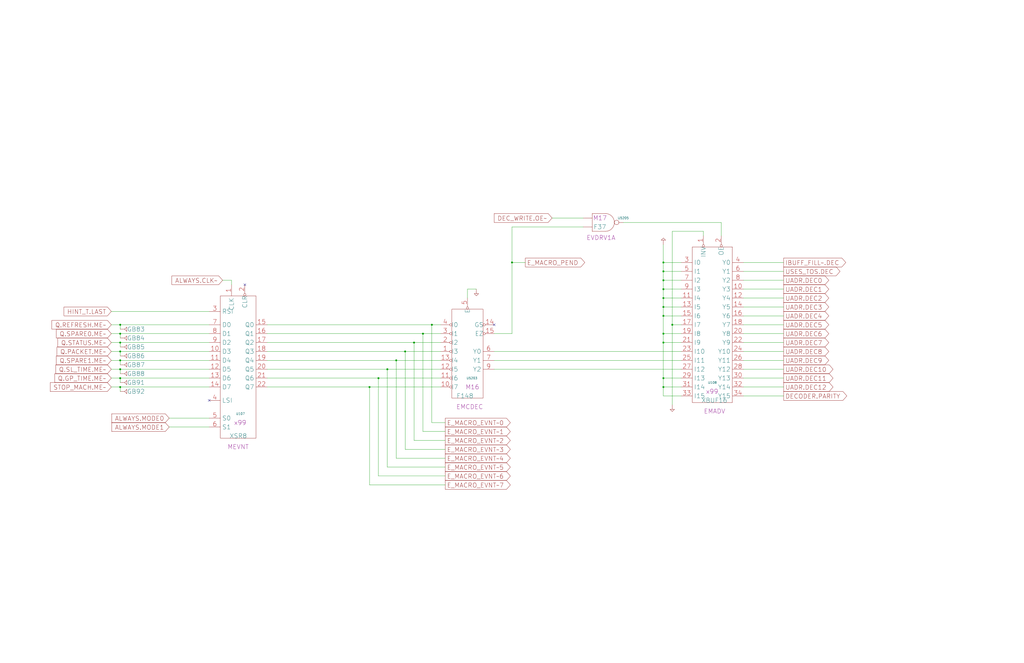
<source format=kicad_sch>
(kicad_sch (version 20230121) (generator eeschema)
  (paper "User" 584.2 378.46)
  (title_block (title "EARLY MACRO EVENTS") (date "22-MAY-90") (rev "1.0") (comment 1 "SEQUENCER") (comment 2 "232-003064") (comment 3 "S400") (comment 4 "RELEASED"))
  (lib_symbols
    (symbol "r1000:F148" (pin_names (offset 1.016))
      (property "Reference" "U" (at 2.54 5.08 0))
      (property "Value" "F148" (at -6.35 -5.08 0))
      (property "Location" "___" (at -1.27 0 0))
      (property "Name" "______" (at 1.27 -12.7 0))
      (symbol "F148_1_1"
        (circle (center -9.525 0) (radius 0.635))
        (circle (center -9.525 5.08) (radius 0.635))
        (circle (center -9.525 10.16) (radius 0.635))
        (circle (center -9.525 15.24) (radius 0.635))
        (circle (center -9.525 20.32) (radius 0.635))
        (circle (center -9.525 25.4) (radius 0.635))
        (circle (center -9.525 30.48) (radius 0.635))
        (circle (center -9.525 35.56) (radius 0.635))
        (rectangle (start -8.89 44.45) (end 8.89 -6.35))
        (circle (center 0 45.085) (radius 0.635))
        (circle (center 9.525 30.48) (radius 0.635))
        (circle (center 9.525 35.56) (radius 0.635))
        (pin input line (at -15.24 20.32 0) (length 5.08) (name "I3") (number "1"))
        (pin input line (at -15.24 0 0) (length 5.08) (name "I7") (number "10"))
        (pin input line (at -15.24 5.08 0) (length 5.08) (name "I6") (number "11"))
        (pin input line (at -15.24 10.16 0) (length 5.08) (name "I5") (number "12"))
        (pin input line (at -15.24 15.24 0) (length 5.08) (name "I4") (number "13"))
        (pin output line (at 15.24 35.56 180) (length 5.08) (name "GS") (number "14"))
        (pin output line (at 15.24 30.48 180) (length 5.08) (name "EZ") (number "15"))
        (pin input line (at -15.24 25.4 0) (length 5.08) (name "I2") (number "2"))
        (pin input line (at -15.24 30.48 0) (length 5.08) (name "I1") (number "3"))
        (pin input line (at -15.24 35.56 0) (length 5.08) (name "I0") (number "4"))
        (pin input line (at 0 50.8 270) (length 5.08) (name "E") (number "5"))
        (pin output line (at 15.24 20.32 180) (length 6.35) (name "Y0") (number "6"))
        (pin output line (at 15.24 15.24 180) (length 6.35) (name "Y1") (number "7"))
        (pin output line (at 15.24 10.16 180) (length 6.35) (name "Y2") (number "9"))
      )
    )
    (symbol "r1000:F37" (pin_numbers hide) (pin_names (offset 0) hide)
      (property "Reference" "U" (at 15.24 0 0))
      (property "Value" "F37" (at 1.905 -5.08 0))
      (property "Location" "___" (at 1.905 0 0))
      (property "Name" "______" (at 2.54 -12.7 0))
      (symbol "F37_0_1"
        (polyline (pts (xy -2.54 -7.62) (xy 5.08 -7.62)) (stroke (width 0.1524)))
        (polyline (pts (xy -2.54 2.54) (xy -2.54 -7.62)) (stroke (width 0.1524)))
        (polyline (pts (xy -2.54 2.54) (xy 5.08 2.54)) (stroke (width 0.1524)))
        (arc (start 5.08 -7.62) (mid 10.1282 -2.54) (end 5.08 2.54) (stroke (width 0.1524)))
        (circle (center 11.43 -2.54) (radius 1.27) (stroke (width 0.1524)))
      )
      (symbol "F37_0_2"
        (circle (center -3.81 -5.08) (radius 1.27) (stroke (width 0.1524)))
        (circle (center -3.81 0) (radius 1.27) (stroke (width 0.1524)))
        (arc (start -3.175 -7.62) (mid -2.134 -2.54) (end -3.175 2.54) (stroke (width 0.1524)))
        (polyline (pts (xy -3.175 -7.62) (xy 3.81 -7.62)) (stroke (width 0.1524)))
        (polyline (pts (xy -3.175 2.54) (xy 3.81 2.54)) (stroke (width 0.1524)))
        (arc (start 3.81 -7.62) (mid 7.5855 -5.8306) (end 10.16 -2.54) (stroke (width 0.1524)))
        (arc (start 10.16 -2.54) (mid 7.5827 0.7471) (end 3.81 2.54) (stroke (width 0.1524)))
      )
      (symbol "F37_1_1"
        (pin input line (at -7.62 0 0) (length 5.08) (name "D0") (number "1"))
        (pin input line (at -7.62 -5.08 0) (length 5.08) (name "D1") (number "2"))
        (pin output line (at 15.24 -2.54 180) (length 2.54) (name "Q") (number "3"))
      )
      (symbol "F37_1_2"
        (pin input line (at -7.62 0 0) (length 2.54) (name "D0") (number "1"))
        (pin input line (at -7.62 -5.08 0) (length 2.54) (name "D1") (number "2"))
        (pin output line (at 15.24 -2.54 180) (length 5.08) (name "Q") (number "3"))
      )
    )
    (symbol "r1000:GB" (pin_numbers hide) (pin_names (offset 0) hide)
      (property "Reference" "GB" (at 3.81 0 0))
      (symbol "GB_0_1"
        (polyline (pts (xy 2.54 0) (xy 3.81 1.27) (xy 3.81 -1.27) (xy 2.54 0)) (stroke (width 0.1524)))
      )
      (symbol "GB_1_1"
        (pin bidirectional line (at 0 0 0) (length 2.54) (name "") (number "1"))
      )
    )
    (symbol "r1000:PD" (power) (pin_numbers hide) (pin_names hide) (in_bom no)
      (symbol "PD_0_1"
        (polyline (pts (xy 0 -2.54) (xy 1.27 -2.54) (xy 0 -3.81) (xy -1.27 -2.54) (xy 0 -2.54)) (stroke (width 0.1524)))
      )
      (symbol "PD_1_1"
        (pin power_in line (at 0 0 270) (length 2.54) (name "PD") (number "1"))
      )
    )
    (symbol "r1000:PU" (power) (pin_numbers hide) (pin_names hide)
      (symbol "PU_0_1"
        (polyline (pts (xy 0 2.54) (xy -1.27 2.54) (xy 0 3.81) (xy 1.27 2.54) (xy 0 2.54)) (stroke (width 0.1524)))
      )
      (symbol "PU_1_1"
        (pin power_in line (at 0 0 90) (length 2.54) (name "PU") (number "1"))
      )
    )
    (symbol "r1000:XBUF16" (pin_names (offset 1.016))
      (property "Reference" "U" (at 2.54 5.08 0))
      (property "Value" "XBUF16" (at -3.81 -5.08 0))
      (property "Location" "___" (at -1.27 0 0))
      (property "Name" "______" (at 3.81 -12.7 0))
      (symbol "XBUF16_1_1"
        (rectangle (start -8.89 82.55) (end 13.97 -6.35))
        (circle (center -2.54 83.185) (radius 0.635))
        (circle (center 7.62 83.185) (radius 0.635))
        (pin input line (at -2.54 88.9 270) (length 5.08) (name "INV") (number "1"))
        (pin tri_state line (at 20.32 58.42 180) (length 6.35) (name "Y3") (number "10"))
        (pin input line (at -15.24 53.34 0) (length 6.35) (name "I4") (number "11"))
        (pin tri_state line (at 20.32 53.34 180) (length 6.35) (name "Y4") (number "12"))
        (pin input line (at -15.24 48.26 0) (length 6.35) (name "I5") (number "13"))
        (pin tri_state line (at 20.32 48.26 180) (length 6.35) (name "Y5") (number "14"))
        (pin input line (at -15.24 43.18 0) (length 6.35) (name "I6") (number "15"))
        (pin tri_state line (at 20.32 43.18 180) (length 6.35) (name "Y6") (number "16"))
        (pin input line (at -15.24 38.1 0) (length 6.35) (name "I7") (number "17"))
        (pin tri_state line (at 20.32 38.1 180) (length 6.35) (name "Y7") (number "18"))
        (pin input line (at -15.24 33.02 0) (length 6.35) (name "I8") (number "19"))
        (pin input line (at 7.62 88.9 270) (length 5.08) (name "OE") (number "2"))
        (pin tri_state line (at 20.32 33.02 180) (length 6.35) (name "Y8") (number "20"))
        (pin input line (at -15.24 27.94 0) (length 6.35) (name "I9") (number "21"))
        (pin tri_state line (at 20.32 27.94 180) (length 6.35) (name "Y9") (number "22"))
        (pin input line (at -15.24 22.86 0) (length 6.35) (name "I10") (number "23"))
        (pin tri_state line (at 20.32 22.86 180) (length 6.35) (name "Y10") (number "24"))
        (pin input line (at -15.24 17.78 0) (length 6.35) (name "I11") (number "25"))
        (pin tri_state line (at 20.32 17.78 180) (length 6.35) (name "Y11") (number "26"))
        (pin input line (at -15.24 12.7 0) (length 6.35) (name "I12") (number "27"))
        (pin tri_state line (at 20.32 12.7 180) (length 6.35) (name "Y12") (number "28"))
        (pin input line (at -15.24 7.62 0) (length 6.35) (name "I13") (number "29"))
        (pin input line (at -15.24 73.66 0) (length 6.35) (name "I0") (number "3"))
        (pin tri_state line (at 20.32 7.62 180) (length 6.35) (name "Y13") (number "30"))
        (pin input line (at -15.24 2.54 0) (length 6.35) (name "I14") (number "31"))
        (pin tri_state line (at 20.32 2.54 180) (length 6.35) (name "Y14") (number "32"))
        (pin input line (at -15.24 -2.54 0) (length 6.35) (name "I15") (number "33"))
        (pin tri_state line (at 20.32 -2.54 180) (length 6.35) (name "Y15") (number "34"))
        (pin tri_state line (at 20.32 73.66 180) (length 6.35) (name "Y0") (number "4"))
        (pin input line (at -15.24 68.58 0) (length 6.35) (name "I1") (number "5"))
        (pin tri_state line (at 20.32 68.58 180) (length 6.35) (name "Y1") (number "6"))
        (pin input line (at -15.24 63.5 0) (length 6.35) (name "I2") (number "7"))
        (pin tri_state line (at 20.32 63.5 180) (length 6.35) (name "Y2") (number "8"))
        (pin input line (at -15.24 58.42 0) (length 6.35) (name "I3") (number "9"))
      )
    )
    (symbol "r1000:XSR8" (pin_names (offset 1.016))
      (property "Reference" "U" (at 2.54 5.08 0))
      (property "Value" "XSR8" (at -3.81 -7.62 0))
      (property "Location" "___" (at -1.27 0 0))
      (property "Name" "______" (at 1.27 -15.24 0))
      (symbol "XSR8_1_1"
        (rectangle (start -8.89 72.39) (end 11.43 -8.89))
        (circle (center 5.08 73.025) (radius 0.635))
        (pin input line (at -2.54 78.74 270) (length 6.35) (name "CLK") (number "1"))
        (pin input line (at -15.24 40.64 0) (length 6.35) (name "D3") (number "10"))
        (pin input line (at -15.24 35.56 0) (length 6.35) (name "D4") (number "11"))
        (pin input line (at -15.24 30.48 0) (length 6.35) (name "D5") (number "12"))
        (pin input line (at -15.24 25.4 0) (length 6.35) (name "D6") (number "13"))
        (pin input line (at -15.24 20.32 0) (length 6.35) (name "D7") (number "14"))
        (pin output line (at 17.78 55.88 180) (length 6.35) (name "Q0") (number "15"))
        (pin output line (at 17.78 50.8 180) (length 6.35) (name "Q1") (number "16"))
        (pin output line (at 17.78 45.72 180) (length 6.35) (name "Q2") (number "17"))
        (pin output line (at 17.78 40.64 180) (length 6.35) (name "Q3") (number "18"))
        (pin output line (at 17.78 35.56 180) (length 6.35) (name "Q4") (number "19"))
        (pin input line (at 5.08 78.74 270) (length 5.08) (name "CLR") (number "2"))
        (pin output line (at 17.78 30.48 180) (length 6.35) (name "Q5") (number "20"))
        (pin output line (at 17.78 25.4 180) (length 6.35) (name "Q6") (number "21"))
        (pin output line (at 17.78 20.32 180) (length 6.35) (name "Q7") (number "22"))
        (pin input line (at -15.24 63.5 0) (length 6.35) (name "RSI") (number "3"))
        (pin input line (at -15.24 12.7 0) (length 6.35) (name "LSI") (number "4"))
        (pin input line (at -15.24 2.54 0) (length 6.35) (name "S0") (number "5"))
        (pin input line (at -15.24 -2.54 0) (length 6.35) (name "S1") (number "6"))
        (pin input line (at -15.24 55.88 0) (length 6.35) (name "D0") (number "7"))
        (pin input line (at -15.24 50.8 0) (length 6.35) (name "D1") (number "8"))
        (pin input line (at -15.24 45.72 0) (length 6.35) (name "D2") (number "9"))
      )
    )
  )
  (junction (at 220.98 210.82))
  (junction (at 68.58 215.9))
  (junction (at 378.46 220.98))
  (junction (at 68.58 190.5))
  (junction (at 378.46 190.5))
  (junction (at 378.46 165.1))
  (junction (at 378.46 160.02))
  (junction (at 246.38 185.42))
  (junction (at 378.46 195.58))
  (junction (at 210.82 220.98))
  (junction (at 68.58 185.42))
  (junction (at 68.58 210.82))
  (junction (at 378.46 149.86))
  (junction (at 231.14 200.66))
  (junction (at 68.58 195.58))
  (junction (at 68.58 220.98))
  (junction (at 236.22 195.58))
  (junction (at 378.46 180.34))
  (junction (at 226.06 205.74))
  (junction (at 383.54 185.42))
  (junction (at 378.46 175.26))
  (junction (at 292.1 149.86))
  (junction (at 378.46 170.18))
  (junction (at 68.58 200.66))
  (junction (at 215.9 215.9))
  (junction (at 378.46 154.94))
  (junction (at 378.46 215.9))
  (junction (at 241.3 190.5))
  (junction (at 68.58 205.74))
  (no_connect (at 139.7 162.56))
  (no_connect (at 119.38 228.6))
  (no_connect (at 281.94 185.42))
  (wire (pts (xy 226.06 205.74) (xy 251.46 205.74)))
  (wire (pts (xy 68.58 215.9) (xy 68.58 218.44)))
  (wire (pts (xy 424.18 170.18) (xy 447.04 170.18)))
  (wire (pts (xy 411.48 134.62) (xy 411.48 127)))
  (wire (pts (xy 68.58 210.82) (xy 119.38 210.82)))
  (wire (pts (xy 266.7 170.18) (xy 266.7 165.1)))
  (wire (pts (xy 63.5 200.66) (xy 68.58 200.66)))
  (wire (pts (xy 68.58 220.98) (xy 68.58 223.52)))
  (wire (pts (xy 68.58 205.74) (xy 68.58 208.28)))
  (wire (pts (xy 68.58 185.42) (xy 119.38 185.42)))
  (wire (pts (xy 378.46 154.94) (xy 378.46 149.86)))
  (wire (pts (xy 210.82 276.86) (xy 254 276.86)))
  (wire (pts (xy 378.46 160.02) (xy 378.46 154.94)))
  (wire (pts (xy 378.46 160.02) (xy 388.62 160.02)))
  (wire (pts (xy 424.18 154.94) (xy 447.04 154.94)))
  (wire (pts (xy 378.46 195.58) (xy 388.62 195.58)))
  (wire (pts (xy 378.46 226.06) (xy 388.62 226.06)))
  (wire (pts (xy 424.18 165.1) (xy 447.04 165.1)))
  (wire (pts (xy 401.32 132.08) (xy 401.32 134.62)))
  (wire (pts (xy 378.46 170.18) (xy 378.46 165.1)))
  (wire (pts (xy 63.5 210.82) (xy 68.58 210.82)))
  (wire (pts (xy 424.18 175.26) (xy 447.04 175.26)))
  (wire (pts (xy 231.14 256.54) (xy 254 256.54)))
  (wire (pts (xy 152.4 200.66) (xy 231.14 200.66)))
  (wire (pts (xy 220.98 210.82) (xy 251.46 210.82)))
  (wire (pts (xy 215.9 271.78) (xy 254 271.78)))
  (wire (pts (xy 152.4 195.58) (xy 236.22 195.58)))
  (wire (pts (xy 68.58 190.5) (xy 68.58 193.04)))
  (wire (pts (xy 236.22 251.46) (xy 254 251.46)))
  (wire (pts (xy 378.46 215.9) (xy 378.46 195.58)))
  (wire (pts (xy 246.38 185.42) (xy 251.46 185.42)))
  (wire (pts (xy 236.22 195.58) (xy 236.22 251.46)))
  (wire (pts (xy 226.06 205.74) (xy 226.06 261.62)))
  (wire (pts (xy 424.18 220.98) (xy 447.04 220.98)))
  (wire (pts (xy 424.18 226.06) (xy 447.04 226.06)))
  (wire (pts (xy 424.18 215.9) (xy 447.04 215.9)))
  (wire (pts (xy 383.54 185.42) (xy 383.54 132.08)))
  (wire (pts (xy 281.94 200.66) (xy 388.62 200.66)))
  (wire (pts (xy 152.4 190.5) (xy 241.3 190.5)))
  (wire (pts (xy 424.18 210.82) (xy 447.04 210.82)))
  (wire (pts (xy 424.18 200.66) (xy 447.04 200.66)))
  (wire (pts (xy 424.18 185.42) (xy 447.04 185.42)))
  (wire (pts (xy 152.4 185.42) (xy 246.38 185.42)))
  (wire (pts (xy 424.18 160.02) (xy 447.04 160.02)))
  (wire (pts (xy 266.7 165.1) (xy 271.78 165.1)))
  (wire (pts (xy 378.46 165.1) (xy 378.46 160.02)))
  (wire (pts (xy 378.46 175.26) (xy 388.62 175.26)))
  (wire (pts (xy 68.58 195.58) (xy 68.58 198.12)))
  (wire (pts (xy 68.58 195.58) (xy 119.38 195.58)))
  (wire (pts (xy 424.18 195.58) (xy 447.04 195.58)))
  (wire (pts (xy 63.5 190.5) (xy 68.58 190.5)))
  (wire (pts (xy 236.22 195.58) (xy 251.46 195.58)))
  (wire (pts (xy 215.9 215.9) (xy 215.9 271.78)))
  (wire (pts (xy 220.98 266.7) (xy 254 266.7)))
  (wire (pts (xy 292.1 149.86) (xy 299.72 149.86)))
  (wire (pts (xy 63.5 195.58) (xy 68.58 195.58)))
  (wire (pts (xy 68.58 185.42) (xy 68.58 187.96)))
  (wire (pts (xy 378.46 154.94) (xy 388.62 154.94)))
  (wire (pts (xy 96.52 238.76) (xy 119.38 238.76)))
  (wire (pts (xy 378.46 149.86) (xy 388.62 149.86)))
  (wire (pts (xy 378.46 180.34) (xy 378.46 175.26)))
  (wire (pts (xy 378.46 165.1) (xy 388.62 165.1)))
  (wire (pts (xy 424.18 190.5) (xy 447.04 190.5)))
  (wire (pts (xy 68.58 210.82) (xy 68.58 213.36)))
  (wire (pts (xy 378.46 170.18) (xy 388.62 170.18)))
  (wire (pts (xy 152.4 215.9) (xy 215.9 215.9)))
  (wire (pts (xy 68.58 205.74) (xy 119.38 205.74)))
  (wire (pts (xy 231.14 200.66) (xy 251.46 200.66)))
  (wire (pts (xy 424.18 180.34) (xy 447.04 180.34)))
  (wire (pts (xy 292.1 129.54) (xy 332.74 129.54)))
  (wire (pts (xy 424.18 149.86) (xy 447.04 149.86)))
  (wire (pts (xy 292.1 149.86) (xy 292.1 129.54)))
  (wire (pts (xy 241.3 190.5) (xy 251.46 190.5)))
  (wire (pts (xy 68.58 200.66) (xy 119.38 200.66)))
  (wire (pts (xy 383.54 132.08) (xy 401.32 132.08)))
  (wire (pts (xy 68.58 215.9) (xy 119.38 215.9)))
  (wire (pts (xy 127 160.02) (xy 132.08 160.02)))
  (wire (pts (xy 63.5 177.8) (xy 119.38 177.8)))
  (wire (pts (xy 68.58 190.5) (xy 119.38 190.5)))
  (wire (pts (xy 68.58 220.98) (xy 119.38 220.98)))
  (wire (pts (xy 63.5 215.9) (xy 68.58 215.9)))
  (wire (pts (xy 63.5 205.74) (xy 68.58 205.74)))
  (wire (pts (xy 292.1 190.5) (xy 292.1 149.86)))
  (wire (pts (xy 152.4 205.74) (xy 226.06 205.74)))
  (wire (pts (xy 246.38 241.3) (xy 254 241.3)))
  (wire (pts (xy 246.38 185.42) (xy 246.38 241.3)))
  (wire (pts (xy 152.4 210.82) (xy 220.98 210.82)))
  (wire (pts (xy 378.46 149.86) (xy 378.46 139.7)))
  (wire (pts (xy 378.46 195.58) (xy 378.46 190.5)))
  (wire (pts (xy 355.6 127) (xy 411.48 127)))
  (wire (pts (xy 241.3 246.38) (xy 254 246.38)))
  (wire (pts (xy 63.5 220.98) (xy 68.58 220.98)))
  (wire (pts (xy 210.82 220.98) (xy 251.46 220.98)))
  (wire (pts (xy 152.4 220.98) (xy 210.82 220.98)))
  (wire (pts (xy 215.9 215.9) (xy 251.46 215.9)))
  (wire (pts (xy 383.54 185.42) (xy 388.62 185.42)))
  (wire (pts (xy 220.98 210.82) (xy 220.98 266.7)))
  (wire (pts (xy 378.46 226.06) (xy 378.46 220.98)))
  (wire (pts (xy 314.96 124.46) (xy 332.74 124.46)))
  (wire (pts (xy 378.46 175.26) (xy 378.46 170.18)))
  (wire (pts (xy 63.5 185.42) (xy 68.58 185.42)))
  (wire (pts (xy 210.82 220.98) (xy 210.82 276.86)))
  (wire (pts (xy 424.18 205.74) (xy 447.04 205.74)))
  (wire (pts (xy 378.46 180.34) (xy 388.62 180.34)))
  (wire (pts (xy 383.54 231.14) (xy 383.54 185.42)))
  (wire (pts (xy 132.08 160.02) (xy 132.08 162.56)))
  (wire (pts (xy 281.94 190.5) (xy 292.1 190.5)))
  (wire (pts (xy 378.46 220.98) (xy 378.46 215.9)))
  (wire (pts (xy 231.14 200.66) (xy 231.14 256.54)))
  (wire (pts (xy 226.06 261.62) (xy 254 261.62)))
  (wire (pts (xy 378.46 190.5) (xy 388.62 190.5)))
  (wire (pts (xy 378.46 190.5) (xy 378.46 180.34)))
  (wire (pts (xy 241.3 190.5) (xy 241.3 246.38)))
  (wire (pts (xy 378.46 215.9) (xy 388.62 215.9)))
  (wire (pts (xy 378.46 220.98) (xy 388.62 220.98)))
  (wire (pts (xy 68.58 200.66) (xy 68.58 203.2)))
  (wire (pts (xy 96.52 243.84) (xy 119.38 243.84)))
  (wire (pts (xy 281.94 210.82) (xy 388.62 210.82)))
  (wire (pts (xy 281.94 205.74) (xy 388.62 205.74)))
  (global_label "UADR.DEC3" (shape output) (at 447.04 175.26 0) (effects (font (size 2.54 2.54))) (property "Intersheetrefs" "${INTERSHEET_REFS}" (at 472.7908 175.1013 0) (effects (font (size 1.905 1.905)) (justify left))))
  (global_label "E_MACRO_PEND" (shape output) (at 299.72 149.86 0) (effects (font (size 2.54 2.54))) (property "Intersheetrefs" "${INTERSHEET_REFS}" (at 333.5746 149.7013 0) (effects (font (size 1.905 1.905)) (justify left))))
  (global_label "STOP_MACH.ME~" (shape input) (at 63.5 220.98 180) (effects (font (size 2.54 2.54))) (property "Intersheetrefs" "${INTERSHEET_REFS}" (at 28.6778 220.8213 0) (effects (font (size 1.905 1.905)) (justify right))))
  (global_label "UADR.DEC12" (shape output) (at 447.04 220.98 0) (effects (font (size 2.54 2.54))) (property "Intersheetrefs" "${INTERSHEET_REFS}" (at 472.7908 220.8213 0) (effects (font (size 1.905 1.905)) (justify left))))
  (global_label "UADR.DEC10" (shape output) (at 447.04 210.82 0) (effects (font (size 2.54 2.54))) (property "Intersheetrefs" "${INTERSHEET_REFS}" (at 472.7908 210.6613 0) (effects (font (size 1.905 1.905)) (justify left))))
  (global_label "UADR.DEC8" (shape output) (at 447.04 200.66 0) (effects (font (size 2.54 2.54))) (property "Intersheetrefs" "${INTERSHEET_REFS}" (at 472.7908 200.5013 0) (effects (font (size 1.905 1.905)) (justify left))))
  (global_label "Q.REFRESH.ME~" (shape input) (at 63.5 185.42 180) (effects (font (size 2.54 2.54))) (property "Intersheetrefs" "${INTERSHEET_REFS}" (at 29.6454 185.2613 0) (effects (font (size 1.905 1.905)) (justify right))))
  (global_label "UADR.DEC0" (shape output) (at 447.04 160.02 0) (effects (font (size 2.54 2.54))) (property "Intersheetrefs" "${INTERSHEET_REFS}" (at 472.7908 159.8613 0) (effects (font (size 1.905 1.905)) (justify left))))
  (global_label "Q.SPARE0.ME~" (shape input) (at 63.5 190.5 180) (effects (font (size 2.54 2.54))) (property "Intersheetrefs" "${INTERSHEET_REFS}" (at 32.1854 190.3413 0) (effects (font (size 1.905 1.905)) (justify right))))
  (global_label "E_MACRO_EVNT~0" (shape output) (at 254 241.3 0) (effects (font (size 2.54 2.54))) (property "Intersheetrefs" "${INTERSHEET_REFS}" (at 291.1203 241.1413 0) (effects (font (size 1.905 1.905)) (justify left))))
  (global_label "UADR.DEC7" (shape output) (at 447.04 195.58 0) (effects (font (size 2.54 2.54))) (property "Intersheetrefs" "${INTERSHEET_REFS}" (at 472.7908 195.4213 0) (effects (font (size 1.905 1.905)) (justify left))))
  (global_label "Q.GP_TIME.ME~" (shape input) (at 63.5 215.9 180) (effects (font (size 2.54 2.54))) (property "Intersheetrefs" "${INTERSHEET_REFS}" (at 31.2178 215.7413 0) (effects (font (size 1.905 1.905)) (justify right))))
  (global_label "DEC_WRITE.OE~" (shape input) (at 314.96 124.46 180) (effects (font (size 2.54 2.54))) (property "Intersheetrefs" "${INTERSHEET_REFS}" (at 281.9521 124.3013 0) (effects (font (size 1.905 1.905)) (justify right))))
  (global_label "USES_TOS.DEC" (shape output) (at 447.04 154.94 0) (effects (font (size 2.54 2.54))) (property "Intersheetrefs" "${INTERSHEET_REFS}" (at 479.2012 154.7813 0) (effects (font (size 1.905 1.905)) (justify left))))
  (global_label "E_MACRO_EVNT~6" (shape output) (at 254 271.78 0) (effects (font (size 2.54 2.54))) (property "Intersheetrefs" "${INTERSHEET_REFS}" (at 291.1203 271.6213 0) (effects (font (size 1.905 1.905)) (justify left))))
  (global_label "UADR.DEC1" (shape output) (at 447.04 165.1 0) (effects (font (size 2.54 2.54))) (property "Intersheetrefs" "${INTERSHEET_REFS}" (at 472.7908 164.9413 0) (effects (font (size 1.905 1.905)) (justify left))))
  (global_label "Q.PACKET.ME~" (shape input) (at 63.5 200.66 180) (effects (font (size 2.54 2.54))) (property "Intersheetrefs" "${INTERSHEET_REFS}" (at 32.5483 200.5013 0) (effects (font (size 1.905 1.905)) (justify right))))
  (global_label "Q.SPARE1.ME~" (shape input) (at 63.5 205.74 180) (effects (font (size 2.54 2.54))) (property "Intersheetrefs" "${INTERSHEET_REFS}" (at 32.1854 205.5813 0) (effects (font (size 1.905 1.905)) (justify right))))
  (global_label "E_MACRO_EVNT~2" (shape output) (at 254 251.46 0) (effects (font (size 2.54 2.54))) (property "Intersheetrefs" "${INTERSHEET_REFS}" (at 291.1203 251.3013 0) (effects (font (size 1.905 1.905)) (justify left))))
  (global_label "ALWAYS.CLK~" (shape input) (at 127 160.02 180) (effects (font (size 2.54 2.54))) (property "Intersheetrefs" "${INTERSHEET_REFS}" (at 91.9359 159.8613 0) (effects (font (size 1.905 1.905)) (justify right))))
  (global_label "E_MACRO_EVNT~1" (shape output) (at 254 246.38 0) (effects (font (size 2.54 2.54))) (property "Intersheetrefs" "${INTERSHEET_REFS}" (at 291.1203 246.2213 0) (effects (font (size 1.905 1.905)) (justify left))))
  (global_label "UADR.DEC5" (shape output) (at 447.04 185.42 0) (effects (font (size 2.54 2.54))) (property "Intersheetrefs" "${INTERSHEET_REFS}" (at 472.7908 185.2613 0) (effects (font (size 1.905 1.905)) (justify left))))
  (global_label "ALWAYS.MODE0" (shape input) (at 96.52 238.76 180) (effects (font (size 2.54 2.54))) (property "Intersheetrefs" "${INTERSHEET_REFS}" (at 63.754 238.6013 0) (effects (font (size 1.905 1.905)) (justify right))))
  (global_label "UADR.DEC2" (shape output) (at 447.04 170.18 0) (effects (font (size 2.54 2.54))) (property "Intersheetrefs" "${INTERSHEET_REFS}" (at 472.7908 170.0213 0) (effects (font (size 1.905 1.905)) (justify left))))
  (global_label "E_MACRO_EVNT~3" (shape output) (at 254 256.54 0) (effects (font (size 2.54 2.54))) (property "Intersheetrefs" "${INTERSHEET_REFS}" (at 291.1203 256.3813 0) (effects (font (size 1.905 1.905)) (justify left))))
  (global_label "UADR.DEC4" (shape output) (at 447.04 180.34 0) (effects (font (size 2.54 2.54))) (property "Intersheetrefs" "${INTERSHEET_REFS}" (at 472.7908 180.1813 0) (effects (font (size 1.905 1.905)) (justify left))))
  (global_label "E_MACRO_EVNT~7" (shape output) (at 254 276.86 0) (effects (font (size 2.54 2.54))) (property "Intersheetrefs" "${INTERSHEET_REFS}" (at 291.1203 276.7013 0) (effects (font (size 1.905 1.905)) (justify left))))
  (global_label "UADR.DEC9" (shape output) (at 447.04 205.74 0) (effects (font (size 2.54 2.54))) (property "Intersheetrefs" "${INTERSHEET_REFS}" (at 472.7908 205.5813 0) (effects (font (size 1.905 1.905)) (justify left))))
  (global_label "IBUFF_FILL~.DEC" (shape output) (at 447.04 149.86 0) (effects (font (size 2.54 2.54))) (property "Intersheetrefs" "${INTERSHEET_REFS}" (at 482.467 149.7013 0) (effects (font (size 1.905 1.905)) (justify left))))
  (global_label "E_MACRO_EVNT~4" (shape output) (at 254 261.62 0) (effects (font (size 2.54 2.54))) (property "Intersheetrefs" "${INTERSHEET_REFS}" (at 291.1203 261.4613 0) (effects (font (size 1.905 1.905)) (justify left))))
  (global_label "HINT_T.LAST" (shape input) (at 63.5 177.8 180) (effects (font (size 2.54 2.54))) (property "Intersheetrefs" "${INTERSHEET_REFS}" (at 36.5397 177.6413 0) (effects (font (size 1.905 1.905)) (justify right))))
  (global_label "UADR.DEC6" (shape output) (at 447.04 190.5 0) (effects (font (size 2.54 2.54))) (property "Intersheetrefs" "${INTERSHEET_REFS}" (at 472.7908 190.3413 0) (effects (font (size 1.905 1.905)) (justify left))))
  (global_label "UADR.DEC11" (shape output) (at 447.04 215.9 0) (effects (font (size 2.54 2.54))) (property "Intersheetrefs" "${INTERSHEET_REFS}" (at 472.7908 215.7413 0) (effects (font (size 1.905 1.905)) (justify left))))
  (global_label "Q.STATUS.ME~" (shape input) (at 63.5 195.58 180) (effects (font (size 2.54 2.54))) (property "Intersheetrefs" "${INTERSHEET_REFS}" (at 33.0321 195.4213 0) (effects (font (size 1.905 1.905)) (justify right))))
  (global_label "Q.SL_TIME.ME~" (shape input) (at 63.5 210.82 180) (effects (font (size 2.54 2.54))) (property "Intersheetrefs" "${INTERSHEET_REFS}" (at 31.8226 210.6613 0) (effects (font (size 1.905 1.905)) (justify right))))
  (global_label "DECODER.PARITY" (shape output) (at 447.04 226.06 0) (effects (font (size 2.54 2.54))) (property "Intersheetrefs" "${INTERSHEET_REFS}" (at 483.0717 225.9013 0) (effects (font (size 1.905 1.905)) (justify left))))
  (global_label "E_MACRO_EVNT~5" (shape output) (at 254 266.7 0) (effects (font (size 2.54 2.54))) (property "Intersheetrefs" "${INTERSHEET_REFS}" (at 291.1203 266.5413 0) (effects (font (size 1.905 1.905)) (justify left))))
  (global_label "ALWAYS.MODE1" (shape input) (at 96.52 243.84 180) (effects (font (size 2.54 2.54))) (property "Intersheetrefs" "${INTERSHEET_REFS}" (at 63.754 243.6813 0) (effects (font (size 1.905 1.905)) (justify right))))
  (symbol (lib_id "r1000:GB") (at 68.58 193.04 0) (unit 1)
    (property "Reference" "GB84" (at 72.39 193.04 0) (effects (font (size 2.54 2.54)) (justify left)))
    (property "Value" "GB" (effects hide))
  )
  (symbol (lib_id "r1000:PU") (at 378.46 139.7 0) (unit 1)
    (property "Reference" "#PWR05205" (effects hide))
    (property "Value" "PU" (effects hide))
  )
  (symbol (lib_id "r1000:F148") (at 266.7 220.98 0) (unit 1)
    (property "Reference" "U5203" (at 269.24 215.9 0))
    (property "Value" "F148" (at 260.35 226.06 0) (effects (font (size 2.54 2.54)) (justify left)))
    (property "Location" "M16" (at 265.43 220.98 0) (effects (font (size 2.54 2.54)) (justify left)))
    (property "Name" "EMCDEC" (at 267.97 233.68 0) (effects (font (size 2.54 2.54)) (justify bottom)))
  )
  (symbol (lib_id "r1000:GB") (at 68.58 208.28 0) (unit 1)
    (property "Reference" "GB87" (at 72.39 208.28 0) (effects (font (size 2.54 2.54)) (justify left)))
    (property "Value" "GB" (effects hide))
  )
  (symbol (lib_id "r1000:GB") (at 68.58 213.36 0) (unit 1)
    (property "Reference" "GB88" (at 72.39 213.36 0) (effects (font (size 2.54 2.54)) (justify left)))
    (property "Value" "GB" (effects hide))
  )
  (symbol (lib_id "r1000:F37") (at 340.36 124.46 0) (unit 1)
    (property "Reference" "U5205" (at 355.6 124.46 0))
    (property "Value" "F37" (at 342.265 129.54 0) (effects (font (size 2.54 2.54))))
    (property "Location" "M17" (at 342.265 124.46 0) (effects (font (size 2.54 2.54))))
    (property "Name" "EVDRV1A" (at 342.9 137.16 0) (effects (font (size 2.54 2.54)) (justify bottom)))
  )
  (symbol (lib_id "r1000:GB") (at 68.58 218.44 0) (unit 1)
    (property "Reference" "GB91" (at 72.39 218.44 0) (effects (font (size 2.54 2.54)) (justify left)))
    (property "Value" "GB" (effects hide))
  )
  (symbol (lib_id "r1000:GB") (at 68.58 187.96 0) (unit 1)
    (property "Reference" "GB83" (at 72.39 187.96 0) (effects (font (size 2.54 2.54)) (justify left)))
    (property "Value" "GB" (effects hide))
  )
  (symbol (lib_id "r1000:PD") (at 271.78 165.1 0) (unit 1) (in_bom no)
    (property "Reference" "#PWR05203" (effects hide))
    (property "Value" "PD" (effects hide))
  )
  (symbol (lib_id "r1000:GB") (at 68.58 203.2 0) (unit 1)
    (property "Reference" "GB86" (at 72.39 203.2 0) (effects (font (size 2.54 2.54)) (justify left)))
    (property "Value" "GB" (effects hide))
  )
  (symbol (lib_id "r1000:GB") (at 68.58 223.52 0) (unit 1)
    (property "Reference" "GB92" (at 72.39 223.52 0) (effects (font (size 2.54 2.54)) (justify left)))
    (property "Value" "GB" (effects hide))
  )
  (symbol (lib_id "r1000:XBUF16") (at 403.86 223.52 0) (unit 1)
    (property "Reference" "U108" (at 406.4 218.44 0))
    (property "Value" "XBUF16" (at 400.05 228.6 0) (effects (font (size 2.54 2.54)) (justify left)))
    (property "Location" "x99" (at 402.59 223.52 0) (effects (font (size 2.54 2.54)) (justify left)))
    (property "Name" "EMADV" (at 407.67 236.22 0) (effects (font (size 2.54 2.54)) (justify bottom)))
  )
  (symbol (lib_id "r1000:GB") (at 68.58 198.12 0) (unit 1)
    (property "Reference" "GB85" (at 72.39 198.12 0) (effects (font (size 2.54 2.54)) (justify left)))
    (property "Value" "GB" (effects hide))
  )
  (symbol (lib_id "r1000:XSR8") (at 134.62 241.3 0) (unit 1)
    (property "Reference" "U107" (at 137.16 236.22 0))
    (property "Value" "XSR8" (at 130.81 248.92 0) (effects (font (size 2.54 2.54)) (justify left)))
    (property "Location" "x99" (at 133.35 241.3 0) (effects (font (size 2.54 2.54)) (justify left)))
    (property "Name" "MEVNT" (at 135.89 256.54 0) (effects (font (size 2.54 2.54)) (justify bottom)))
  )
  (symbol (lib_id "r1000:PD") (at 383.54 231.14 0) (unit 1) (in_bom no)
    (property "Reference" "#PWR062" (effects hide))
    (property "Value" "PD" (effects hide))
  )
)
</source>
